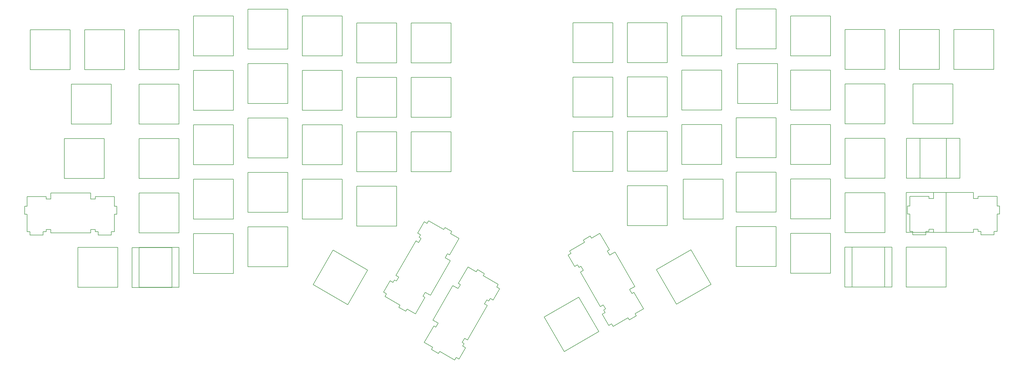
<source format=gbr>
G04 #@! TF.GenerationSoftware,KiCad,Pcbnew,(5.1.0)-1*
G04 #@! TF.CreationDate,2019-07-24T11:11:36-04:00*
G04 #@! TF.ProjectId,ogre,6f677265-2e6b-4696-9361-645f70636258,1.0*
G04 #@! TF.SameCoordinates,Original*
G04 #@! TF.FileFunction,Other,ECO2*
%FSLAX46Y46*%
G04 Gerber Fmt 4.6, Leading zero omitted, Abs format (unit mm)*
G04 Created by KiCad (PCBNEW (5.1.0)-1) date 2019-07-24 11:11:36*
%MOMM*%
%LPD*%
G04 APERTURE LIST*
%ADD10C,0.152400*%
G04 APERTURE END LIST*
D10*
X242068000Y-82577000D02*
X242068000Y-68607000D01*
X256038000Y-82577000D02*
X242068000Y-82577000D01*
X256038000Y-68607000D02*
X256038000Y-82577000D01*
X242068000Y-68607000D02*
X256038000Y-68607000D01*
X47395000Y-65995000D02*
X47395000Y-52025000D01*
X61365000Y-65995000D02*
X47395000Y-65995000D01*
X61365000Y-52025000D02*
X61365000Y-65995000D01*
X47395000Y-52025000D02*
X61365000Y-52025000D01*
X339725000Y-84955000D02*
X339725000Y-70985000D01*
X353695000Y-84955000D02*
X339725000Y-84955000D01*
X353695000Y-70985000D02*
X353695000Y-84955000D01*
X339725000Y-70985000D02*
X353695000Y-70985000D01*
X166365000Y-63620000D02*
X166365000Y-49650000D01*
X180335000Y-63620000D02*
X166365000Y-63620000D01*
X180335000Y-49650000D02*
X180335000Y-63620000D01*
X166365000Y-49650000D02*
X180335000Y-49650000D01*
X44921000Y-85051000D02*
X44921000Y-71081000D01*
X58891000Y-85051000D02*
X44921000Y-85051000D01*
X58891000Y-71081000D02*
X58891000Y-85051000D01*
X44921000Y-71081000D02*
X58891000Y-71081000D01*
X175804067Y-135730787D02*
X173978313Y-134676687D01*
X174991267Y-137138598D02*
X175804067Y-135730787D01*
X174287362Y-136732198D02*
X174991267Y-137138598D01*
X170959962Y-142495424D02*
X174287362Y-136732198D01*
X173907566Y-144197224D02*
X170959962Y-142495424D01*
X173475766Y-144945124D02*
X173907566Y-144197224D01*
X175895441Y-146342124D02*
X173475766Y-144945124D01*
X176327241Y-145594224D02*
X175895441Y-146342124D01*
X181606532Y-148642224D02*
X176327241Y-145594224D01*
X182127232Y-147740345D02*
X181606532Y-148642224D01*
X183139096Y-148324545D02*
X182127232Y-147740345D01*
X185425096Y-144365077D02*
X183139096Y-148324545D01*
X184413232Y-143780877D02*
X185425096Y-144365077D01*
X184933932Y-142878998D02*
X184413232Y-143780877D01*
X184252023Y-142485298D02*
X184933932Y-142878998D01*
X185064823Y-141077487D02*
X184252023Y-142485298D01*
X186076687Y-141661687D02*
X185064823Y-141077487D01*
X193061687Y-129563313D02*
X186076687Y-141661687D01*
X192049823Y-128979113D02*
X193061687Y-129563313D01*
X192862623Y-127571302D02*
X192049823Y-128979113D01*
X193544532Y-127965002D02*
X192862623Y-127571302D01*
X194065232Y-127063123D02*
X193544532Y-127965002D01*
X195077096Y-127647323D02*
X194065232Y-127063123D01*
X197363096Y-123687855D02*
X195077096Y-127647323D01*
X196351232Y-123103655D02*
X197363096Y-123687855D01*
X196871932Y-122201776D02*
X196351232Y-123103655D01*
X191592641Y-119153776D02*
X196871932Y-122201776D01*
X192024441Y-118405876D02*
X191592641Y-119153776D01*
X189604766Y-117008876D02*
X192024441Y-118405876D01*
X189172966Y-117756776D02*
X189604766Y-117008876D01*
X186225362Y-116054976D02*
X189172966Y-117756776D01*
X182897962Y-121818202D02*
X186225362Y-116054976D01*
X183601867Y-122224602D02*
X182897962Y-121818202D01*
X182789067Y-123632413D02*
X183601867Y-122224602D01*
X180963313Y-122578313D02*
X182789067Y-123632413D01*
X173978313Y-134676687D02*
X180963313Y-122578313D01*
X178285933Y-112839213D02*
X180111687Y-113893313D01*
X179098733Y-111431402D02*
X178285933Y-112839213D01*
X179802638Y-111837802D02*
X179098733Y-111431402D01*
X183130038Y-106074576D02*
X179802638Y-111837802D01*
X180182434Y-104372776D02*
X183130038Y-106074576D01*
X180614234Y-103624876D02*
X180182434Y-104372776D01*
X178194559Y-102227876D02*
X180614234Y-103624876D01*
X177762759Y-102975776D02*
X178194559Y-102227876D01*
X172483468Y-99927776D02*
X177762759Y-102975776D01*
X171962768Y-100829655D02*
X172483468Y-99927776D01*
X170950904Y-100245455D02*
X171962768Y-100829655D01*
X168664904Y-104204923D02*
X170950904Y-100245455D01*
X169676768Y-104789123D02*
X168664904Y-104204923D01*
X169156068Y-105691002D02*
X169676768Y-104789123D01*
X169837977Y-106084702D02*
X169156068Y-105691002D01*
X169025177Y-107492513D02*
X169837977Y-106084702D01*
X168013313Y-106908313D02*
X169025177Y-107492513D01*
X161028313Y-119006687D02*
X168013313Y-106908313D01*
X162040177Y-119590887D02*
X161028313Y-119006687D01*
X161227377Y-120998698D02*
X162040177Y-119590887D01*
X160545468Y-120604998D02*
X161227377Y-120998698D01*
X160024768Y-121506877D02*
X160545468Y-120604998D01*
X159012904Y-120922677D02*
X160024768Y-121506877D01*
X156726904Y-124882145D02*
X159012904Y-120922677D01*
X157738768Y-125466345D02*
X156726904Y-124882145D01*
X157218068Y-126368224D02*
X157738768Y-125466345D01*
X162497359Y-129416224D02*
X157218068Y-126368224D01*
X162065559Y-130164124D02*
X162497359Y-129416224D01*
X164485234Y-131561124D02*
X162065559Y-130164124D01*
X164917034Y-130813224D02*
X164485234Y-131561124D01*
X167864638Y-132515024D02*
X164917034Y-130813224D01*
X171192038Y-126751798D02*
X167864638Y-132515024D01*
X170488133Y-126345398D02*
X171192038Y-126751798D01*
X171300933Y-124937587D02*
X170488133Y-126345398D01*
X173126687Y-125991687D02*
X171300933Y-124937587D01*
X180111687Y-113893313D02*
X173126687Y-125991687D01*
X90165000Y-42190000D02*
X90165000Y-28220000D01*
X104135000Y-42190000D02*
X90165000Y-42190000D01*
X104135000Y-28220000D02*
X104135000Y-42190000D01*
X90165000Y-28220000D02*
X104135000Y-28220000D01*
X71115000Y-46951000D02*
X71115000Y-32981000D01*
X85085000Y-46951000D02*
X71115000Y-46951000D01*
X85085000Y-32981000D02*
X85085000Y-46951000D01*
X71115000Y-32981000D02*
X85085000Y-32981000D01*
X52065000Y-46951000D02*
X52065000Y-32981000D01*
X66035000Y-46951000D02*
X52065000Y-46951000D01*
X66035000Y-32981000D02*
X66035000Y-46951000D01*
X52065000Y-32981000D02*
X66035000Y-32981000D01*
X33015000Y-46981000D02*
X33015000Y-33011000D01*
X46985000Y-46981000D02*
X33015000Y-46981000D01*
X46985000Y-33011000D02*
X46985000Y-46981000D01*
X33015000Y-33011000D02*
X46985000Y-33011000D01*
X68685000Y-123245000D02*
X68685000Y-109275000D01*
X82655000Y-123245000D02*
X68685000Y-123245000D01*
X82655000Y-109275000D02*
X82655000Y-123245000D01*
X68685000Y-109275000D02*
X82655000Y-109275000D01*
X320675000Y-123105000D02*
X320675000Y-109135000D01*
X334645000Y-123105000D02*
X320675000Y-123105000D01*
X334645000Y-109135000D02*
X334645000Y-123105000D01*
X320675000Y-109135000D02*
X334645000Y-109135000D01*
X339705000Y-103945000D02*
X339705000Y-89975000D01*
X353675000Y-103945000D02*
X339705000Y-103945000D01*
X353675000Y-89975000D02*
X353675000Y-103945000D01*
X339705000Y-89975000D02*
X353675000Y-89975000D01*
X356368000Y-46863000D02*
X356368000Y-32893000D01*
X370338000Y-46863000D02*
X356368000Y-46863000D01*
X370338000Y-32893000D02*
X370338000Y-46863000D01*
X356368000Y-32893000D02*
X370338000Y-32893000D01*
X349229000Y-92135200D02*
X349229000Y-90027000D01*
X347603400Y-92135200D02*
X349229000Y-92135200D01*
X347603400Y-91322400D02*
X347603400Y-92135200D01*
X340948600Y-91322400D02*
X347603400Y-91322400D01*
X340948600Y-94726000D02*
X340948600Y-91322400D01*
X340085000Y-94726000D02*
X340948600Y-94726000D01*
X340085000Y-97520000D02*
X340085000Y-94726000D01*
X340948600Y-97520000D02*
X340085000Y-97520000D01*
X340948600Y-103616000D02*
X340948600Y-97520000D01*
X341990000Y-103616000D02*
X340948600Y-103616000D01*
X341990000Y-104784400D02*
X341990000Y-103616000D01*
X346562000Y-104784400D02*
X341990000Y-104784400D01*
X346562000Y-103616000D02*
X346562000Y-104784400D01*
X347603400Y-103616000D02*
X346562000Y-103616000D01*
X347603400Y-102828600D02*
X347603400Y-103616000D01*
X349229000Y-102828600D02*
X347603400Y-102828600D01*
X349229000Y-103997000D02*
X349229000Y-102828600D01*
X363199000Y-103997000D02*
X349229000Y-103997000D01*
X363199000Y-102828600D02*
X363199000Y-103997000D01*
X364824600Y-102828600D02*
X363199000Y-102828600D01*
X364824600Y-103616000D02*
X364824600Y-102828600D01*
X365866000Y-103616000D02*
X364824600Y-103616000D01*
X365866000Y-104784400D02*
X365866000Y-103616000D01*
X370438000Y-104784400D02*
X365866000Y-104784400D01*
X370438000Y-103616000D02*
X370438000Y-104784400D01*
X371479400Y-103616000D02*
X370438000Y-103616000D01*
X371479400Y-97520000D02*
X371479400Y-103616000D01*
X372343000Y-97520000D02*
X371479400Y-97520000D01*
X372343000Y-94726000D02*
X372343000Y-97520000D01*
X371479400Y-94726000D02*
X372343000Y-94726000D01*
X371479400Y-91322400D02*
X371479400Y-94726000D01*
X364824600Y-91322400D02*
X371479400Y-91322400D01*
X364824600Y-92135200D02*
X364824600Y-91322400D01*
X363199000Y-92135200D02*
X364824600Y-92135200D01*
X363199000Y-90027000D02*
X363199000Y-92135200D01*
X349229000Y-90027000D02*
X363199000Y-90027000D01*
X318268000Y-104019000D02*
X318268000Y-90049000D01*
X332238000Y-104019000D02*
X318268000Y-104019000D01*
X332238000Y-90049000D02*
X332238000Y-104019000D01*
X318268000Y-90049000D02*
X332238000Y-90049000D01*
X71115000Y-104101000D02*
X71115000Y-90131000D01*
X85085000Y-104101000D02*
X71115000Y-104101000D01*
X85085000Y-90131000D02*
X85085000Y-104101000D01*
X71115000Y-90131000D02*
X85085000Y-90131000D01*
X40185000Y-92239200D02*
X40185000Y-90131000D01*
X38559400Y-92239200D02*
X40185000Y-92239200D01*
X38559400Y-91426400D02*
X38559400Y-92239200D01*
X31904600Y-91426400D02*
X38559400Y-91426400D01*
X31904600Y-94830000D02*
X31904600Y-91426400D01*
X31041000Y-94830000D02*
X31904600Y-94830000D01*
X31041000Y-97624000D02*
X31041000Y-94830000D01*
X31904600Y-97624000D02*
X31041000Y-97624000D01*
X31904600Y-103720000D02*
X31904600Y-97624000D01*
X32946000Y-103720000D02*
X31904600Y-103720000D01*
X32946000Y-104888400D02*
X32946000Y-103720000D01*
X37518000Y-104888400D02*
X32946000Y-104888400D01*
X37518000Y-103720000D02*
X37518000Y-104888400D01*
X38559400Y-103720000D02*
X37518000Y-103720000D01*
X38559400Y-102932600D02*
X38559400Y-103720000D01*
X40185000Y-102932600D02*
X38559400Y-102932600D01*
X40185000Y-104101000D02*
X40185000Y-102932600D01*
X54155000Y-104101000D02*
X40185000Y-104101000D01*
X54155000Y-102932600D02*
X54155000Y-104101000D01*
X55780600Y-102932600D02*
X54155000Y-102932600D01*
X55780600Y-103720000D02*
X55780600Y-102932600D01*
X56822000Y-103720000D02*
X55780600Y-103720000D01*
X56822000Y-104888400D02*
X56822000Y-103720000D01*
X61394000Y-104888400D02*
X56822000Y-104888400D01*
X61394000Y-103720000D02*
X61394000Y-104888400D01*
X62435400Y-103720000D02*
X61394000Y-103720000D01*
X62435400Y-97624000D02*
X62435400Y-103720000D01*
X63299000Y-97624000D02*
X62435400Y-97624000D01*
X63299000Y-94830000D02*
X63299000Y-97624000D01*
X62435400Y-94830000D02*
X63299000Y-94830000D01*
X62435400Y-91426400D02*
X62435400Y-94830000D01*
X55780600Y-91426400D02*
X62435400Y-91426400D01*
X55780600Y-92239200D02*
X55780600Y-91426400D01*
X54155000Y-92239200D02*
X55780600Y-92239200D01*
X54155000Y-90131000D02*
X54155000Y-92239200D01*
X40185000Y-90131000D02*
X54155000Y-90131000D01*
X109215000Y-39808000D02*
X109215000Y-25838000D01*
X123185000Y-39808000D02*
X109215000Y-39808000D01*
X123185000Y-25838000D02*
X123185000Y-39808000D01*
X109215000Y-25838000D02*
X123185000Y-25838000D01*
X128265000Y-42189000D02*
X128265000Y-28219000D01*
X142235000Y-42189000D02*
X128265000Y-42189000D01*
X142235000Y-28219000D02*
X142235000Y-42189000D01*
X128265000Y-28219000D02*
X142235000Y-28219000D01*
X147315000Y-44570000D02*
X147315000Y-30600000D01*
X161285000Y-44570000D02*
X147315000Y-44570000D01*
X161285000Y-30600000D02*
X161285000Y-44570000D01*
X147315000Y-30600000D02*
X161285000Y-30600000D01*
X166365000Y-44570000D02*
X166365000Y-30600000D01*
X180335000Y-44570000D02*
X166365000Y-44570000D01*
X180335000Y-30600000D02*
X180335000Y-44570000D01*
X166365000Y-30600000D02*
X180335000Y-30600000D01*
X223018000Y-44482000D02*
X223018000Y-30512000D01*
X236988000Y-44482000D02*
X223018000Y-44482000D01*
X236988000Y-30512000D02*
X236988000Y-44482000D01*
X223018000Y-30512000D02*
X236988000Y-30512000D01*
X242068000Y-44482000D02*
X242068000Y-30512000D01*
X256038000Y-44482000D02*
X242068000Y-44482000D01*
X256038000Y-30512000D02*
X256038000Y-44482000D01*
X242068000Y-30512000D02*
X256038000Y-30512000D01*
X261065000Y-42113000D02*
X261065000Y-28143000D01*
X275035000Y-42113000D02*
X261065000Y-42113000D01*
X275035000Y-28143000D02*
X275035000Y-42113000D01*
X261065000Y-28143000D02*
X275035000Y-28143000D01*
X280168000Y-39709000D02*
X280168000Y-25739000D01*
X294138000Y-39709000D02*
X280168000Y-39709000D01*
X294138000Y-25739000D02*
X294138000Y-39709000D01*
X280168000Y-25739000D02*
X294138000Y-25739000D01*
X299218000Y-42113000D02*
X299218000Y-28143000D01*
X313188000Y-42113000D02*
X299218000Y-42113000D01*
X313188000Y-28143000D02*
X313188000Y-42113000D01*
X299218000Y-28143000D02*
X313188000Y-28143000D01*
X318268000Y-46863000D02*
X318268000Y-32893000D01*
X332238000Y-46863000D02*
X318268000Y-46863000D01*
X332238000Y-32893000D02*
X332238000Y-46863000D01*
X318268000Y-32893000D02*
X332238000Y-32893000D01*
X337318000Y-46863000D02*
X337318000Y-32893000D01*
X351288000Y-46863000D02*
X337318000Y-46863000D01*
X351288000Y-32893000D02*
X351288000Y-46863000D01*
X337318000Y-32893000D02*
X351288000Y-32893000D01*
X71115000Y-66001000D02*
X71115000Y-52031000D01*
X85085000Y-66001000D02*
X71115000Y-66001000D01*
X85085000Y-52031000D02*
X85085000Y-66001000D01*
X71115000Y-52031000D02*
X85085000Y-52031000D01*
X90165000Y-61239000D02*
X90165000Y-47269000D01*
X104135000Y-61239000D02*
X90165000Y-61239000D01*
X104135000Y-47269000D02*
X104135000Y-61239000D01*
X90165000Y-47269000D02*
X104135000Y-47269000D01*
X109215000Y-58858000D02*
X109215000Y-44888000D01*
X123185000Y-58858000D02*
X109215000Y-58858000D01*
X123185000Y-44888000D02*
X123185000Y-58858000D01*
X109215000Y-44888000D02*
X123185000Y-44888000D01*
X128265000Y-61239000D02*
X128265000Y-47269000D01*
X142235000Y-61239000D02*
X128265000Y-61239000D01*
X142235000Y-47269000D02*
X142235000Y-61239000D01*
X128265000Y-47269000D02*
X142235000Y-47269000D01*
X147315000Y-63620000D02*
X147315000Y-49650000D01*
X161285000Y-63620000D02*
X147315000Y-63620000D01*
X161285000Y-49650000D02*
X161285000Y-63620000D01*
X147315000Y-49650000D02*
X161285000Y-49650000D01*
X223018000Y-63540000D02*
X223018000Y-49570000D01*
X236988000Y-63540000D02*
X223018000Y-63540000D01*
X236988000Y-49570000D02*
X236988000Y-63540000D01*
X223018000Y-49570000D02*
X236988000Y-49570000D01*
X242068000Y-63529000D02*
X242068000Y-49559000D01*
X256038000Y-63529000D02*
X242068000Y-63529000D01*
X256038000Y-49559000D02*
X256038000Y-63529000D01*
X242068000Y-49559000D02*
X256038000Y-49559000D01*
X261118000Y-61148000D02*
X261118000Y-47178000D01*
X275088000Y-61148000D02*
X261118000Y-61148000D01*
X275088000Y-47178000D02*
X275088000Y-61148000D01*
X261118000Y-47178000D02*
X275088000Y-47178000D01*
X280665000Y-58858000D02*
X280665000Y-44888000D01*
X294635000Y-58858000D02*
X280665000Y-58858000D01*
X294635000Y-44888000D02*
X294635000Y-58858000D01*
X280665000Y-44888000D02*
X294635000Y-44888000D01*
X299218000Y-61159000D02*
X299218000Y-47189000D01*
X313188000Y-61159000D02*
X299218000Y-61159000D01*
X313188000Y-47189000D02*
X313188000Y-61159000D01*
X299218000Y-47189000D02*
X313188000Y-47189000D01*
X318268000Y-65925000D02*
X318268000Y-51955000D01*
X332238000Y-65925000D02*
X318268000Y-65925000D01*
X332238000Y-51955000D02*
X332238000Y-65925000D01*
X318268000Y-51955000D02*
X332238000Y-51955000D01*
X342081000Y-65910000D02*
X342081000Y-51940000D01*
X356051000Y-65910000D02*
X342081000Y-65910000D01*
X356051000Y-51940000D02*
X356051000Y-65910000D01*
X342081000Y-51940000D02*
X356051000Y-51940000D01*
X71115000Y-85051000D02*
X71115000Y-71081000D01*
X85085000Y-85051000D02*
X71115000Y-85051000D01*
X85085000Y-71081000D02*
X85085000Y-85051000D01*
X71115000Y-71081000D02*
X85085000Y-71081000D01*
X90165000Y-80289000D02*
X90165000Y-66319000D01*
X104135000Y-80289000D02*
X90165000Y-80289000D01*
X104135000Y-66319000D02*
X104135000Y-80289000D01*
X90165000Y-66319000D02*
X104135000Y-66319000D01*
X109215000Y-77908000D02*
X109215000Y-63938000D01*
X123185000Y-77908000D02*
X109215000Y-77908000D01*
X123185000Y-63938000D02*
X123185000Y-77908000D01*
X109215000Y-63938000D02*
X123185000Y-63938000D01*
X128265000Y-80289000D02*
X128265000Y-66319000D01*
X142235000Y-80289000D02*
X128265000Y-80289000D01*
X142235000Y-66319000D02*
X142235000Y-80289000D01*
X128265000Y-66319000D02*
X142235000Y-66319000D01*
X147315000Y-82670000D02*
X147315000Y-68700000D01*
X161285000Y-82670000D02*
X147315000Y-82670000D01*
X161285000Y-68700000D02*
X161285000Y-82670000D01*
X147315000Y-68700000D02*
X161285000Y-68700000D01*
X166365000Y-82670000D02*
X166365000Y-68700000D01*
X180335000Y-82670000D02*
X166365000Y-82670000D01*
X180335000Y-68700000D02*
X180335000Y-82670000D01*
X166365000Y-68700000D02*
X180335000Y-68700000D01*
X223018000Y-82585000D02*
X223018000Y-68615000D01*
X236988000Y-82585000D02*
X223018000Y-82585000D01*
X236988000Y-68615000D02*
X236988000Y-82585000D01*
X223018000Y-68615000D02*
X236988000Y-68615000D01*
X261118000Y-80196000D02*
X261118000Y-66226000D01*
X275088000Y-80196000D02*
X261118000Y-80196000D01*
X275088000Y-66226000D02*
X275088000Y-80196000D01*
X261118000Y-66226000D02*
X275088000Y-66226000D01*
X280168000Y-77834000D02*
X280168000Y-63864000D01*
X294138000Y-77834000D02*
X280168000Y-77834000D01*
X294138000Y-63864000D02*
X294138000Y-77834000D01*
X280168000Y-63864000D02*
X294138000Y-63864000D01*
X299218000Y-80202000D02*
X299218000Y-66232000D01*
X313188000Y-80202000D02*
X299218000Y-80202000D01*
X313188000Y-66232000D02*
X313188000Y-80202000D01*
X299218000Y-66232000D02*
X313188000Y-66232000D01*
X318268000Y-84963000D02*
X318268000Y-70993000D01*
X332238000Y-84963000D02*
X318268000Y-84963000D01*
X332238000Y-70993000D02*
X332238000Y-84963000D01*
X318268000Y-70993000D02*
X332238000Y-70993000D01*
X344462000Y-84955000D02*
X344462000Y-70985000D01*
X358432000Y-84955000D02*
X344462000Y-84955000D01*
X358432000Y-70985000D02*
X358432000Y-84955000D01*
X344462000Y-70985000D02*
X358432000Y-70985000D01*
X90165000Y-99339000D02*
X90165000Y-85369000D01*
X104135000Y-99339000D02*
X90165000Y-99339000D01*
X104135000Y-85369000D02*
X104135000Y-99339000D01*
X90165000Y-85369000D02*
X104135000Y-85369000D01*
X109215000Y-96958000D02*
X109215000Y-82988000D01*
X123185000Y-96958000D02*
X109215000Y-96958000D01*
X123185000Y-82988000D02*
X123185000Y-96958000D01*
X109215000Y-82988000D02*
X123185000Y-82988000D01*
X128265000Y-99339000D02*
X128265000Y-85369000D01*
X142235000Y-99339000D02*
X128265000Y-99339000D01*
X142235000Y-85369000D02*
X142235000Y-99339000D01*
X128265000Y-85369000D02*
X142235000Y-85369000D01*
X147315000Y-101720000D02*
X147315000Y-87750000D01*
X161285000Y-101720000D02*
X147315000Y-101720000D01*
X161285000Y-87750000D02*
X161285000Y-101720000D01*
X147315000Y-87750000D02*
X161285000Y-87750000D01*
X242068000Y-101601000D02*
X242068000Y-87631000D01*
X256038000Y-101601000D02*
X242068000Y-101601000D01*
X256038000Y-87631000D02*
X256038000Y-101601000D01*
X242068000Y-87631000D02*
X256038000Y-87631000D01*
X261615000Y-99339000D02*
X261615000Y-85369000D01*
X275585000Y-99339000D02*
X261615000Y-99339000D01*
X275585000Y-85369000D02*
X275585000Y-99339000D01*
X261615000Y-85369000D02*
X275585000Y-85369000D01*
X280168000Y-96863000D02*
X280168000Y-82893000D01*
X294138000Y-96863000D02*
X280168000Y-96863000D01*
X294138000Y-82893000D02*
X294138000Y-96863000D01*
X280168000Y-82893000D02*
X294138000Y-82893000D01*
X299218000Y-99245000D02*
X299218000Y-85275000D01*
X313188000Y-99245000D02*
X299218000Y-99245000D01*
X313188000Y-85275000D02*
X313188000Y-99245000D01*
X299218000Y-85275000D02*
X313188000Y-85275000D01*
X49683000Y-123151000D02*
X49683000Y-109181000D01*
X63653000Y-123151000D02*
X49683000Y-123151000D01*
X63653000Y-109181000D02*
X63653000Y-123151000D01*
X49683000Y-109181000D02*
X63653000Y-109181000D01*
X71115000Y-123151000D02*
X71115000Y-109181000D01*
X85085000Y-123151000D02*
X71115000Y-123151000D01*
X85085000Y-109181000D02*
X85085000Y-123151000D01*
X71115000Y-109181000D02*
X85085000Y-109181000D01*
X90165000Y-118389000D02*
X90165000Y-104419000D01*
X104135000Y-118389000D02*
X90165000Y-118389000D01*
X104135000Y-104419000D02*
X104135000Y-118389000D01*
X90165000Y-104419000D02*
X104135000Y-104419000D01*
X109215000Y-116008000D02*
X109215000Y-102038000D01*
X123185000Y-116008000D02*
X109215000Y-116008000D01*
X123185000Y-102038000D02*
X123185000Y-116008000D01*
X109215000Y-102038000D02*
X123185000Y-102038000D01*
X132038313Y-122276687D02*
X139023313Y-110178313D01*
X144136687Y-129261687D02*
X132038313Y-122276687D01*
X151121687Y-117163313D02*
X144136687Y-129261687D01*
X139023313Y-110178313D02*
X151121687Y-117163313D01*
X212948313Y-133593313D02*
X225046687Y-126608313D01*
X219933313Y-145691687D02*
X212948313Y-133593313D01*
X232031687Y-138706687D02*
X219933313Y-145691687D01*
X225046687Y-126608313D02*
X232031687Y-138706687D01*
X235870933Y-111882413D02*
X237696687Y-110828313D01*
X235058133Y-110474602D02*
X235870933Y-111882413D01*
X235762038Y-110068202D02*
X235058133Y-110474602D01*
X232434638Y-104304976D02*
X235762038Y-110068202D01*
X229487034Y-106006776D02*
X232434638Y-104304976D01*
X229055234Y-105258876D02*
X229487034Y-106006776D01*
X226635559Y-106655876D02*
X229055234Y-105258876D01*
X227067359Y-107403776D02*
X226635559Y-106655876D01*
X221788068Y-110451776D02*
X227067359Y-107403776D01*
X222308768Y-111353655D02*
X221788068Y-110451776D01*
X221296904Y-111937855D02*
X222308768Y-111353655D01*
X223582904Y-115897323D02*
X221296904Y-111937855D01*
X224594768Y-115313123D02*
X223582904Y-115897323D01*
X225115468Y-116215002D02*
X224594768Y-115313123D01*
X225797377Y-115821302D02*
X225115468Y-116215002D01*
X226610177Y-117229113D02*
X225797377Y-115821302D01*
X225598313Y-117813313D02*
X226610177Y-117229113D01*
X232583313Y-129911687D02*
X225598313Y-117813313D01*
X233595177Y-129327487D02*
X232583313Y-129911687D01*
X234407977Y-130735298D02*
X233595177Y-129327487D01*
X233726068Y-131128998D02*
X234407977Y-130735298D01*
X234246768Y-132030877D02*
X233726068Y-131128998D01*
X233234904Y-132615077D02*
X234246768Y-132030877D01*
X235520904Y-136574545D02*
X233234904Y-132615077D01*
X236532768Y-135990345D02*
X235520904Y-136574545D01*
X237053468Y-136892224D02*
X236532768Y-135990345D01*
X242332759Y-133844224D02*
X237053468Y-136892224D01*
X242764559Y-134592124D02*
X242332759Y-133844224D01*
X245184234Y-133195124D02*
X242764559Y-134592124D01*
X244752434Y-132447224D02*
X245184234Y-133195124D01*
X247700038Y-130745424D02*
X244752434Y-132447224D01*
X244372638Y-124982198D02*
X247700038Y-130745424D01*
X243668733Y-125388598D02*
X244372638Y-124982198D01*
X242855933Y-123980787D02*
X243668733Y-125388598D01*
X244681687Y-122926687D02*
X242855933Y-123980787D01*
X237696687Y-110828313D02*
X244681687Y-122926687D01*
X259223313Y-129121687D02*
X252238313Y-117023313D01*
X271321687Y-122136687D02*
X259223313Y-129121687D01*
X264336687Y-110038313D02*
X271321687Y-122136687D01*
X252238313Y-117023313D02*
X264336687Y-110038313D01*
X280168000Y-115916000D02*
X280168000Y-101946000D01*
X294138000Y-115916000D02*
X280168000Y-115916000D01*
X294138000Y-101946000D02*
X294138000Y-115916000D01*
X280168000Y-101946000D02*
X294138000Y-101946000D01*
X299218000Y-118309000D02*
X299218000Y-104339000D01*
X313188000Y-118309000D02*
X299218000Y-118309000D01*
X313188000Y-104339000D02*
X313188000Y-118309000D01*
X299218000Y-104339000D02*
X313188000Y-104339000D01*
X318199000Y-123060000D02*
X318199000Y-109090000D01*
X332169000Y-123060000D02*
X318199000Y-123060000D01*
X332169000Y-109090000D02*
X332169000Y-123060000D01*
X318199000Y-109090000D02*
X332169000Y-109090000D01*
X339700000Y-123075000D02*
X339700000Y-109105000D01*
X353670000Y-123075000D02*
X339700000Y-123075000D01*
X353670000Y-109105000D02*
X353670000Y-123075000D01*
X339700000Y-109105000D02*
X353670000Y-109105000D01*
M02*

</source>
